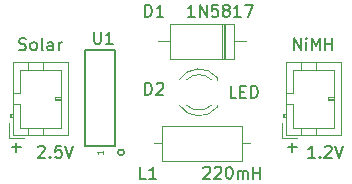
<source format=gbr>
G04 #@! TF.GenerationSoftware,KiCad,Pcbnew,(5.1.5)-3*
G04 #@! TF.CreationDate,2020-06-19T18:53:09+01:00*
G04 #@! TF.ProjectId,gardenlight,67617264-656e-46c6-9967-68742e6b6963,1.0.1*
G04 #@! TF.SameCoordinates,Original*
G04 #@! TF.FileFunction,Legend,Top*
G04 #@! TF.FilePolarity,Positive*
%FSLAX46Y46*%
G04 Gerber Fmt 4.6, Leading zero omitted, Abs format (unit mm)*
G04 Created by KiCad (PCBNEW (5.1.5)-3) date 2020-06-19 18:53:09*
%MOMM*%
%LPD*%
G04 APERTURE LIST*
%ADD10C,0.200000*%
%ADD11C,0.125000*%
%ADD12C,0.150000*%
%ADD13C,0.120000*%
%ADD14C,0.203200*%
G04 APERTURE END LIST*
D10*
X121793047Y-92781428D02*
X122554952Y-92781428D01*
X122174000Y-93162380D02*
X122174000Y-92400476D01*
X98425047Y-92781428D02*
X99186952Y-92781428D01*
X98806000Y-93162380D02*
X98806000Y-92400476D01*
D11*
X106144190Y-93075142D02*
X106144190Y-93360857D01*
X106144190Y-93218000D02*
X105644190Y-93218000D01*
X105715619Y-93265619D01*
X105763238Y-93313238D01*
X105787047Y-93360857D01*
D12*
X100679428Y-92765619D02*
X100727047Y-92718000D01*
X100822285Y-92670380D01*
X101060380Y-92670380D01*
X101155619Y-92718000D01*
X101203238Y-92765619D01*
X101250857Y-92860857D01*
X101250857Y-92956095D01*
X101203238Y-93098952D01*
X100631809Y-93670380D01*
X101250857Y-93670380D01*
X101679428Y-93575142D02*
X101727047Y-93622761D01*
X101679428Y-93670380D01*
X101631809Y-93622761D01*
X101679428Y-93575142D01*
X101679428Y-93670380D01*
X102631809Y-92670380D02*
X102155619Y-92670380D01*
X102108000Y-93146571D01*
X102155619Y-93098952D01*
X102250857Y-93051333D01*
X102488952Y-93051333D01*
X102584190Y-93098952D01*
X102631809Y-93146571D01*
X102679428Y-93241809D01*
X102679428Y-93479904D01*
X102631809Y-93575142D01*
X102584190Y-93622761D01*
X102488952Y-93670380D01*
X102250857Y-93670380D01*
X102155619Y-93622761D01*
X102108000Y-93575142D01*
X102965142Y-92670380D02*
X103298476Y-93670380D01*
X103631809Y-92670380D01*
X117467142Y-88590380D02*
X116990952Y-88590380D01*
X116990952Y-87590380D01*
X117800476Y-88066571D02*
X118133809Y-88066571D01*
X118276666Y-88590380D02*
X117800476Y-88590380D01*
X117800476Y-87590380D01*
X118276666Y-87590380D01*
X118705238Y-88590380D02*
X118705238Y-87590380D01*
X118943333Y-87590380D01*
X119086190Y-87638000D01*
X119181428Y-87733238D01*
X119229047Y-87828476D01*
X119276666Y-88018952D01*
X119276666Y-88161809D01*
X119229047Y-88352285D01*
X119181428Y-88447523D01*
X119086190Y-88542761D01*
X118943333Y-88590380D01*
X118705238Y-88590380D01*
X113935142Y-81732380D02*
X113363714Y-81732380D01*
X113649428Y-81732380D02*
X113649428Y-80732380D01*
X113554190Y-80875238D01*
X113458952Y-80970476D01*
X113363714Y-81018095D01*
X114363714Y-81732380D02*
X114363714Y-80732380D01*
X114935142Y-81732380D01*
X114935142Y-80732380D01*
X115887523Y-80732380D02*
X115411333Y-80732380D01*
X115363714Y-81208571D01*
X115411333Y-81160952D01*
X115506571Y-81113333D01*
X115744666Y-81113333D01*
X115839904Y-81160952D01*
X115887523Y-81208571D01*
X115935142Y-81303809D01*
X115935142Y-81541904D01*
X115887523Y-81637142D01*
X115839904Y-81684761D01*
X115744666Y-81732380D01*
X115506571Y-81732380D01*
X115411333Y-81684761D01*
X115363714Y-81637142D01*
X116506571Y-81160952D02*
X116411333Y-81113333D01*
X116363714Y-81065714D01*
X116316095Y-80970476D01*
X116316095Y-80922857D01*
X116363714Y-80827619D01*
X116411333Y-80780000D01*
X116506571Y-80732380D01*
X116697047Y-80732380D01*
X116792285Y-80780000D01*
X116839904Y-80827619D01*
X116887523Y-80922857D01*
X116887523Y-80970476D01*
X116839904Y-81065714D01*
X116792285Y-81113333D01*
X116697047Y-81160952D01*
X116506571Y-81160952D01*
X116411333Y-81208571D01*
X116363714Y-81256190D01*
X116316095Y-81351428D01*
X116316095Y-81541904D01*
X116363714Y-81637142D01*
X116411333Y-81684761D01*
X116506571Y-81732380D01*
X116697047Y-81732380D01*
X116792285Y-81684761D01*
X116839904Y-81637142D01*
X116887523Y-81541904D01*
X116887523Y-81351428D01*
X116839904Y-81256190D01*
X116792285Y-81208571D01*
X116697047Y-81160952D01*
X117839904Y-81732380D02*
X117268476Y-81732380D01*
X117554190Y-81732380D02*
X117554190Y-80732380D01*
X117458952Y-80875238D01*
X117363714Y-80970476D01*
X117268476Y-81018095D01*
X118173238Y-80732380D02*
X118839904Y-80732380D01*
X118411333Y-81732380D01*
X114665428Y-94543619D02*
X114713047Y-94496000D01*
X114808285Y-94448380D01*
X115046380Y-94448380D01*
X115141619Y-94496000D01*
X115189238Y-94543619D01*
X115236857Y-94638857D01*
X115236857Y-94734095D01*
X115189238Y-94876952D01*
X114617809Y-95448380D01*
X115236857Y-95448380D01*
X115617809Y-94543619D02*
X115665428Y-94496000D01*
X115760666Y-94448380D01*
X115998761Y-94448380D01*
X116094000Y-94496000D01*
X116141619Y-94543619D01*
X116189238Y-94638857D01*
X116189238Y-94734095D01*
X116141619Y-94876952D01*
X115570190Y-95448380D01*
X116189238Y-95448380D01*
X116808285Y-94448380D02*
X116903523Y-94448380D01*
X116998761Y-94496000D01*
X117046380Y-94543619D01*
X117094000Y-94638857D01*
X117141619Y-94829333D01*
X117141619Y-95067428D01*
X117094000Y-95257904D01*
X117046380Y-95353142D01*
X116998761Y-95400761D01*
X116903523Y-95448380D01*
X116808285Y-95448380D01*
X116713047Y-95400761D01*
X116665428Y-95353142D01*
X116617809Y-95257904D01*
X116570190Y-95067428D01*
X116570190Y-94829333D01*
X116617809Y-94638857D01*
X116665428Y-94543619D01*
X116713047Y-94496000D01*
X116808285Y-94448380D01*
X117570190Y-95448380D02*
X117570190Y-94781714D01*
X117570190Y-94876952D02*
X117617809Y-94829333D01*
X117713047Y-94781714D01*
X117855904Y-94781714D01*
X117951142Y-94829333D01*
X117998761Y-94924571D01*
X117998761Y-95448380D01*
X117998761Y-94924571D02*
X118046380Y-94829333D01*
X118141619Y-94781714D01*
X118284476Y-94781714D01*
X118379714Y-94829333D01*
X118427333Y-94924571D01*
X118427333Y-95448380D01*
X118903523Y-95448380D02*
X118903523Y-94448380D01*
X118903523Y-94924571D02*
X119474952Y-94924571D01*
X119474952Y-95448380D02*
X119474952Y-94448380D01*
X124110857Y-93670380D02*
X123539428Y-93670380D01*
X123825142Y-93670380D02*
X123825142Y-92670380D01*
X123729904Y-92813238D01*
X123634666Y-92908476D01*
X123539428Y-92956095D01*
X124539428Y-93575142D02*
X124587047Y-93622761D01*
X124539428Y-93670380D01*
X124491809Y-93622761D01*
X124539428Y-93575142D01*
X124539428Y-93670380D01*
X124968000Y-92765619D02*
X125015619Y-92718000D01*
X125110857Y-92670380D01*
X125348952Y-92670380D01*
X125444190Y-92718000D01*
X125491809Y-92765619D01*
X125539428Y-92860857D01*
X125539428Y-92956095D01*
X125491809Y-93098952D01*
X124920380Y-93670380D01*
X125539428Y-93670380D01*
X125825142Y-92670380D02*
X126158476Y-93670380D01*
X126491809Y-92670380D01*
D13*
X98220000Y-92022000D02*
X99470000Y-92022000D01*
X98220000Y-90772000D02*
X98220000Y-92022000D01*
X102630000Y-88662000D02*
X102130000Y-88662000D01*
X102130000Y-88562000D02*
X102630000Y-88562000D01*
X102130000Y-88762000D02*
X102130000Y-88562000D01*
X102630000Y-88762000D02*
X102130000Y-88762000D01*
X101130000Y-85602000D02*
X101130000Y-86212000D01*
X99830000Y-85602000D02*
X99830000Y-86212000D01*
X101130000Y-91722000D02*
X101130000Y-91112000D01*
X99830000Y-91722000D02*
X99830000Y-91112000D01*
X99130000Y-88162000D02*
X98520000Y-88162000D01*
X99130000Y-86212000D02*
X99130000Y-88162000D01*
X102630000Y-86212000D02*
X99130000Y-86212000D01*
X102630000Y-91112000D02*
X102630000Y-86212000D01*
X99130000Y-91112000D02*
X102630000Y-91112000D01*
X99130000Y-89162000D02*
X99130000Y-91112000D01*
X98520000Y-89162000D02*
X99130000Y-89162000D01*
X98420000Y-89962000D02*
X98420000Y-90262000D01*
X98320000Y-90262000D02*
X98520000Y-90262000D01*
X98320000Y-89962000D02*
X98320000Y-90262000D01*
X98520000Y-89962000D02*
X98320000Y-89962000D01*
X98520000Y-85602000D02*
X98520000Y-91722000D01*
X103240000Y-85602000D02*
X98520000Y-85602000D01*
X103240000Y-91722000D02*
X103240000Y-85602000D01*
X98520000Y-91722000D02*
X103240000Y-91722000D01*
X116494000Y-85290000D02*
X116494000Y-82350000D01*
X116254000Y-85290000D02*
X116254000Y-82350000D01*
X116374000Y-85290000D02*
X116374000Y-82350000D01*
X110814000Y-83820000D02*
X111834000Y-83820000D01*
X118294000Y-83820000D02*
X117274000Y-83820000D01*
X111834000Y-85290000D02*
X117274000Y-85290000D01*
X111834000Y-82350000D02*
X111834000Y-85290000D01*
X117274000Y-82350000D02*
X111834000Y-82350000D01*
X117274000Y-85290000D02*
X117274000Y-82350000D01*
X121334000Y-92022000D02*
X122584000Y-92022000D01*
X121334000Y-90772000D02*
X121334000Y-92022000D01*
X125744000Y-88662000D02*
X125244000Y-88662000D01*
X125244000Y-88562000D02*
X125744000Y-88562000D01*
X125244000Y-88762000D02*
X125244000Y-88562000D01*
X125744000Y-88762000D02*
X125244000Y-88762000D01*
X124244000Y-85602000D02*
X124244000Y-86212000D01*
X122944000Y-85602000D02*
X122944000Y-86212000D01*
X124244000Y-91722000D02*
X124244000Y-91112000D01*
X122944000Y-91722000D02*
X122944000Y-91112000D01*
X122244000Y-88162000D02*
X121634000Y-88162000D01*
X122244000Y-86212000D02*
X122244000Y-88162000D01*
X125744000Y-86212000D02*
X122244000Y-86212000D01*
X125744000Y-91112000D02*
X125744000Y-86212000D01*
X122244000Y-91112000D02*
X125744000Y-91112000D01*
X122244000Y-89162000D02*
X122244000Y-91112000D01*
X121634000Y-89162000D02*
X122244000Y-89162000D01*
X121534000Y-89962000D02*
X121534000Y-90262000D01*
X121434000Y-90262000D02*
X121634000Y-90262000D01*
X121434000Y-89962000D02*
X121434000Y-90262000D01*
X121634000Y-89962000D02*
X121434000Y-89962000D01*
X121634000Y-85602000D02*
X121634000Y-91722000D01*
X126354000Y-85602000D02*
X121634000Y-85602000D01*
X126354000Y-91722000D02*
X126354000Y-85602000D01*
X121634000Y-91722000D02*
X126354000Y-91722000D01*
X118594000Y-92456000D02*
X117974000Y-92456000D01*
X110514000Y-92456000D02*
X111134000Y-92456000D01*
X117974000Y-90986000D02*
X111134000Y-90986000D01*
X117974000Y-93926000D02*
X117974000Y-90986000D01*
X111134000Y-93926000D02*
X117974000Y-93926000D01*
X111134000Y-90986000D02*
X111134000Y-93926000D01*
D14*
X107950000Y-93218000D02*
G75*
G03X107950000Y-93218000I-254000J0D01*
G01*
X107188000Y-84582000D02*
X107188000Y-92710000D01*
X104648000Y-84582000D02*
X107188000Y-84582000D01*
X104648000Y-92710000D02*
X104648000Y-84582000D01*
X107188000Y-92710000D02*
X104648000Y-92710000D01*
D13*
X115860000Y-87058000D02*
X115860000Y-86902000D01*
X115860000Y-89374000D02*
X115860000Y-89218000D01*
X113258870Y-87058163D02*
G75*
G02X115340961Y-87058000I1041130J-1079837D01*
G01*
X113258870Y-89217837D02*
G75*
G03X115340961Y-89218000I1041130J1079837D01*
G01*
X112627665Y-87059392D02*
G75*
G02X115860000Y-86902484I1672335J-1078608D01*
G01*
X112627665Y-89216608D02*
G75*
G03X115860000Y-89373516I1672335J1078608D01*
G01*
D12*
X99076095Y-84510761D02*
X99218952Y-84558380D01*
X99457047Y-84558380D01*
X99552285Y-84510761D01*
X99599904Y-84463142D01*
X99647523Y-84367904D01*
X99647523Y-84272666D01*
X99599904Y-84177428D01*
X99552285Y-84129809D01*
X99457047Y-84082190D01*
X99266571Y-84034571D01*
X99171333Y-83986952D01*
X99123714Y-83939333D01*
X99076095Y-83844095D01*
X99076095Y-83748857D01*
X99123714Y-83653619D01*
X99171333Y-83606000D01*
X99266571Y-83558380D01*
X99504666Y-83558380D01*
X99647523Y-83606000D01*
X100218952Y-84558380D02*
X100123714Y-84510761D01*
X100076095Y-84463142D01*
X100028476Y-84367904D01*
X100028476Y-84082190D01*
X100076095Y-83986952D01*
X100123714Y-83939333D01*
X100218952Y-83891714D01*
X100361809Y-83891714D01*
X100457047Y-83939333D01*
X100504666Y-83986952D01*
X100552285Y-84082190D01*
X100552285Y-84367904D01*
X100504666Y-84463142D01*
X100457047Y-84510761D01*
X100361809Y-84558380D01*
X100218952Y-84558380D01*
X101123714Y-84558380D02*
X101028476Y-84510761D01*
X100980857Y-84415523D01*
X100980857Y-83558380D01*
X101933238Y-84558380D02*
X101933238Y-84034571D01*
X101885619Y-83939333D01*
X101790380Y-83891714D01*
X101599904Y-83891714D01*
X101504666Y-83939333D01*
X101933238Y-84510761D02*
X101838000Y-84558380D01*
X101599904Y-84558380D01*
X101504666Y-84510761D01*
X101457047Y-84415523D01*
X101457047Y-84320285D01*
X101504666Y-84225047D01*
X101599904Y-84177428D01*
X101838000Y-84177428D01*
X101933238Y-84129809D01*
X102409428Y-84558380D02*
X102409428Y-83891714D01*
X102409428Y-84082190D02*
X102457047Y-83986952D01*
X102504666Y-83939333D01*
X102599904Y-83891714D01*
X102695142Y-83891714D01*
X109751904Y-81732380D02*
X109751904Y-80732380D01*
X109990000Y-80732380D01*
X110132857Y-80780000D01*
X110228095Y-80875238D01*
X110275714Y-80970476D01*
X110323333Y-81160952D01*
X110323333Y-81303809D01*
X110275714Y-81494285D01*
X110228095Y-81589523D01*
X110132857Y-81684761D01*
X109990000Y-81732380D01*
X109751904Y-81732380D01*
X111275714Y-81732380D02*
X110704285Y-81732380D01*
X110990000Y-81732380D02*
X110990000Y-80732380D01*
X110894761Y-80875238D01*
X110799523Y-80970476D01*
X110704285Y-81018095D01*
X122332952Y-84526380D02*
X122332952Y-83526380D01*
X122904380Y-84526380D01*
X122904380Y-83526380D01*
X123380571Y-84526380D02*
X123380571Y-83859714D01*
X123380571Y-83526380D02*
X123332952Y-83574000D01*
X123380571Y-83621619D01*
X123428190Y-83574000D01*
X123380571Y-83526380D01*
X123380571Y-83621619D01*
X123856761Y-84526380D02*
X123856761Y-83526380D01*
X124190095Y-84240666D01*
X124523428Y-83526380D01*
X124523428Y-84526380D01*
X124999619Y-84526380D02*
X124999619Y-83526380D01*
X124999619Y-84002571D02*
X125571047Y-84002571D01*
X125571047Y-84526380D02*
X125571047Y-83526380D01*
X109815333Y-95448380D02*
X109339142Y-95448380D01*
X109339142Y-94448380D01*
X110672476Y-95448380D02*
X110101047Y-95448380D01*
X110386761Y-95448380D02*
X110386761Y-94448380D01*
X110291523Y-94591238D01*
X110196285Y-94686476D01*
X110101047Y-94734095D01*
X105410095Y-83018380D02*
X105410095Y-83827904D01*
X105457714Y-83923142D01*
X105505333Y-83970761D01*
X105600571Y-84018380D01*
X105791047Y-84018380D01*
X105886285Y-83970761D01*
X105933904Y-83923142D01*
X105981523Y-83827904D01*
X105981523Y-83018380D01*
X106981523Y-84018380D02*
X106410095Y-84018380D01*
X106695809Y-84018380D02*
X106695809Y-83018380D01*
X106600571Y-83161238D01*
X106505333Y-83256476D01*
X106410095Y-83304095D01*
X109751904Y-88336380D02*
X109751904Y-87336380D01*
X109990000Y-87336380D01*
X110132857Y-87384000D01*
X110228095Y-87479238D01*
X110275714Y-87574476D01*
X110323333Y-87764952D01*
X110323333Y-87907809D01*
X110275714Y-88098285D01*
X110228095Y-88193523D01*
X110132857Y-88288761D01*
X109990000Y-88336380D01*
X109751904Y-88336380D01*
X110704285Y-87431619D02*
X110751904Y-87384000D01*
X110847142Y-87336380D01*
X111085238Y-87336380D01*
X111180476Y-87384000D01*
X111228095Y-87431619D01*
X111275714Y-87526857D01*
X111275714Y-87622095D01*
X111228095Y-87764952D01*
X110656666Y-88336380D01*
X111275714Y-88336380D01*
M02*

</source>
